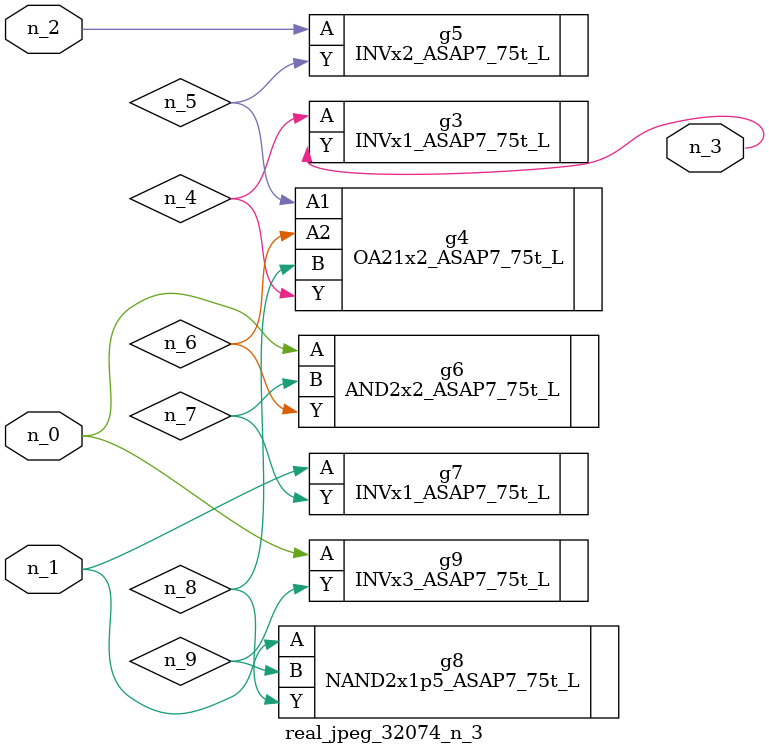
<source format=v>
module real_jpeg_32074_n_3 (n_1, n_0, n_2, n_3);

input n_1;
input n_0;
input n_2;

output n_3;

wire n_5;
wire n_4;
wire n_8;
wire n_6;
wire n_7;
wire n_9;

AND2x2_ASAP7_75t_L g6 ( 
.A(n_0),
.B(n_7),
.Y(n_6)
);

INVx3_ASAP7_75t_L g9 ( 
.A(n_0),
.Y(n_9)
);

INVx1_ASAP7_75t_L g7 ( 
.A(n_1),
.Y(n_7)
);

NAND2x1p5_ASAP7_75t_L g8 ( 
.A(n_1),
.B(n_9),
.Y(n_8)
);

INVx2_ASAP7_75t_L g5 ( 
.A(n_2),
.Y(n_5)
);

INVx1_ASAP7_75t_L g3 ( 
.A(n_4),
.Y(n_3)
);

OA21x2_ASAP7_75t_L g4 ( 
.A1(n_5),
.A2(n_6),
.B(n_8),
.Y(n_4)
);


endmodule
</source>
